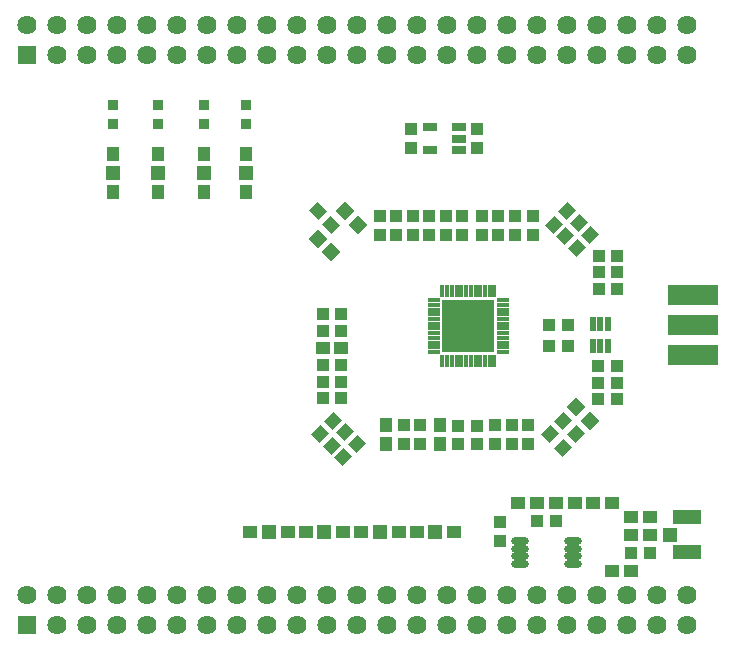
<source format=gts>
G04 Layer_Color=8388736*
%FSLAX25Y25*%
%MOIN*%
G70*
G01*
G75*
%ADD56R,0.09261X0.04734*%
%ADD57R,0.04537X0.04537*%
%ADD58R,0.04537X0.04340*%
%ADD59O,0.05915X0.02568*%
%ADD60R,0.04340X0.04143*%
%ADD61R,0.04143X0.04340*%
%ADD62R,0.16584X0.06584*%
G04:AMPARAMS|DCode=63|XSize=41.43mil|YSize=43.4mil|CornerRadius=0mil|HoleSize=0mil|Usage=FLASHONLY|Rotation=315.000|XOffset=0mil|YOffset=0mil|HoleType=Round|Shape=Rectangle|*
%AMROTATEDRECTD63*
4,1,4,-0.02999,-0.00070,0.00070,0.02999,0.02999,0.00070,-0.00070,-0.02999,-0.02999,-0.00070,0.0*
%
%ADD63ROTATEDRECTD63*%

%ADD64R,0.01181X0.03937*%
%ADD65R,0.17716X0.17716*%
%ADD66R,0.03937X0.01181*%
%ADD67R,0.03750X0.03750*%
G04:AMPARAMS|DCode=68|XSize=43.4mil|YSize=45.37mil|CornerRadius=0mil|HoleSize=0mil|Usage=FLASHONLY|Rotation=225.000|XOffset=0mil|YOffset=0mil|HoleType=Round|Shape=Rectangle|*
%AMROTATEDRECTD68*
4,1,4,-0.00070,0.03139,0.03139,-0.00070,0.00070,-0.03139,-0.03139,0.00070,-0.00070,0.03139,0.0*
%
%ADD68ROTATEDRECTD68*%

%ADD69R,0.04340X0.04537*%
%ADD70R,0.04537X0.04537*%
%ADD71R,0.04537X0.04537*%
%ADD72R,0.01978X0.04537*%
%ADD73R,0.04931X0.02962*%
G04:AMPARAMS|DCode=74|XSize=41.43mil|YSize=43.4mil|CornerRadius=0mil|HoleSize=0mil|Usage=FLASHONLY|Rotation=45.000|XOffset=0mil|YOffset=0mil|HoleType=Round|Shape=Rectangle|*
%AMROTATEDRECTD74*
4,1,4,0.00070,-0.02999,-0.02999,0.00070,-0.00070,0.02999,0.02999,-0.00070,0.00070,-0.02999,0.0*
%
%ADD74ROTATEDRECTD74*%

%ADD75C,0.06400*%
%ADD76R,0.06400X0.06400*%
%ADD77C,0.01772*%
D56*
X299500Y33693D02*
D03*
Y45307D02*
D03*
D57*
X293595Y39500D02*
D03*
D58*
X249382Y50000D02*
D03*
X243083D02*
D03*
X268150D02*
D03*
X274449D02*
D03*
X280650Y45500D02*
D03*
X286949D02*
D03*
X274350Y27500D02*
D03*
X280650D02*
D03*
X261879Y50000D02*
D03*
X255580D02*
D03*
X280650Y39500D02*
D03*
X286949D02*
D03*
X177850Y101620D02*
D03*
X184150D02*
D03*
X209201Y40500D02*
D03*
X221799Y40500D02*
D03*
X172201Y40500D02*
D03*
X184799Y40500D02*
D03*
X190701Y40500D02*
D03*
X203299Y40500D02*
D03*
X153701Y40500D02*
D03*
X166299D02*
D03*
D59*
X243740Y37339D02*
D03*
X243740Y34780D02*
D03*
X243740Y32221D02*
D03*
Y29661D02*
D03*
X261260Y37339D02*
D03*
Y34780D02*
D03*
Y32221D02*
D03*
Y29661D02*
D03*
D60*
X255650Y44000D02*
D03*
X249351D02*
D03*
X280650Y33500D02*
D03*
X286949D02*
D03*
X229380Y75740D02*
D03*
X223081D02*
D03*
X223081Y69591D02*
D03*
X229380D02*
D03*
X276080Y95657D02*
D03*
X269781Y95657D02*
D03*
X276080Y90157D02*
D03*
X269781D02*
D03*
X276080Y84657D02*
D03*
X269781Y84657D02*
D03*
X276150Y132500D02*
D03*
X269850D02*
D03*
X276150Y127000D02*
D03*
X269850D02*
D03*
X276150Y121500D02*
D03*
X269850D02*
D03*
X259650Y109500D02*
D03*
X253350D02*
D03*
X259650Y102457D02*
D03*
X253350D02*
D03*
X177850Y95937D02*
D03*
X184150D02*
D03*
X177850Y90437D02*
D03*
X184150D02*
D03*
X177850Y84937D02*
D03*
X184150D02*
D03*
X177850Y107437D02*
D03*
X184150D02*
D03*
X177850Y112937D02*
D03*
X184150D02*
D03*
D61*
X237000Y37350D02*
D03*
Y43650D02*
D03*
X246489Y69561D02*
D03*
X246489Y75861D02*
D03*
X240989Y69561D02*
D03*
X240989Y75861D02*
D03*
X235489Y69561D02*
D03*
X235489Y75861D02*
D03*
X242000Y145650D02*
D03*
X242000Y139350D02*
D03*
X236500Y145650D02*
D03*
Y139350D02*
D03*
X231000Y145650D02*
D03*
Y139350D02*
D03*
X204848Y69591D02*
D03*
Y75890D02*
D03*
X210348Y69591D02*
D03*
Y75890D02*
D03*
X248000Y145650D02*
D03*
Y139350D02*
D03*
X207500Y174650D02*
D03*
Y168350D02*
D03*
X229500Y174650D02*
D03*
Y168350D02*
D03*
X197000Y145650D02*
D03*
Y139350D02*
D03*
X202500Y145650D02*
D03*
X202500Y139350D02*
D03*
X208000Y145650D02*
D03*
Y139350D02*
D03*
X213500Y145650D02*
D03*
X213500Y139350D02*
D03*
X219000Y145650D02*
D03*
Y139350D02*
D03*
X224500Y145650D02*
D03*
Y139350D02*
D03*
D62*
X301500Y109500D02*
D03*
Y99500D02*
D03*
Y119500D02*
D03*
D63*
X262460Y72933D02*
D03*
X258006Y68479D02*
D03*
X258006Y77387D02*
D03*
X253552Y72933D02*
D03*
X181449Y77442D02*
D03*
X176995Y72988D02*
D03*
X185338Y73553D02*
D03*
X180884Y69099D02*
D03*
X189227Y69664D02*
D03*
X184773Y65210D02*
D03*
X267113Y139435D02*
D03*
X262659Y134980D02*
D03*
X263224Y143324D02*
D03*
X258769Y138870D02*
D03*
X259335Y147213D02*
D03*
X254880Y142759D02*
D03*
D64*
X217839Y97386D02*
D03*
X220988D02*
D03*
X224138D02*
D03*
X227287D02*
D03*
X230437D02*
D03*
X233587D02*
D03*
X235161D02*
D03*
X232012D02*
D03*
X228862D02*
D03*
X225713D02*
D03*
X222563D02*
D03*
X219413D02*
D03*
X233587Y120614D02*
D03*
X230437D02*
D03*
X227287D02*
D03*
X224138D02*
D03*
X220988D02*
D03*
X217839D02*
D03*
X219413D02*
D03*
X222563D02*
D03*
X225713D02*
D03*
X228862D02*
D03*
X232012D02*
D03*
X235161D02*
D03*
D65*
X226500Y109000D02*
D03*
D66*
X238114Y101913D02*
D03*
Y105063D02*
D03*
Y108213D02*
D03*
Y111362D02*
D03*
Y114512D02*
D03*
Y117661D02*
D03*
Y116087D02*
D03*
Y112937D02*
D03*
Y109787D02*
D03*
Y106638D02*
D03*
Y103488D02*
D03*
Y100339D02*
D03*
X214886Y116087D02*
D03*
Y112937D02*
D03*
Y109787D02*
D03*
Y106638D02*
D03*
Y103488D02*
D03*
Y100339D02*
D03*
Y101913D02*
D03*
Y105063D02*
D03*
Y108213D02*
D03*
Y111362D02*
D03*
Y114512D02*
D03*
Y117661D02*
D03*
D67*
X152500Y182650D02*
D03*
Y176350D02*
D03*
X138500Y182650D02*
D03*
Y176350D02*
D03*
X123000Y182650D02*
D03*
Y176350D02*
D03*
X108000Y182650D02*
D03*
Y176350D02*
D03*
D68*
X176384Y138045D02*
D03*
X180838Y133591D02*
D03*
X262496Y81877D02*
D03*
X266950Y77423D02*
D03*
X185273Y147227D02*
D03*
X189727Y142773D02*
D03*
D69*
X216848Y75890D02*
D03*
Y69591D02*
D03*
X152500Y153701D02*
D03*
Y166299D02*
D03*
X138500Y153701D02*
D03*
X138500Y166299D02*
D03*
X123000Y153701D02*
D03*
X123000Y166299D02*
D03*
X108000Y153701D02*
D03*
X108000Y166299D02*
D03*
X198997Y75890D02*
D03*
Y69591D02*
D03*
D70*
X215500Y40500D02*
D03*
X178500D02*
D03*
X197000D02*
D03*
X160000D02*
D03*
D71*
X152500Y160000D02*
D03*
X138500D02*
D03*
X123000D02*
D03*
X108000D02*
D03*
D72*
X273059Y102457D02*
D03*
X270500D02*
D03*
X267941D02*
D03*
Y109543D02*
D03*
X270500D02*
D03*
X273059D02*
D03*
D73*
X223224Y167760D02*
D03*
X223224Y171500D02*
D03*
X223224Y175240D02*
D03*
X213776Y175240D02*
D03*
Y167760D02*
D03*
D74*
X176273Y147227D02*
D03*
X180727Y142773D02*
D03*
D75*
X89383Y19381D02*
D03*
Y9381D02*
D03*
X179383Y19381D02*
D03*
X189383Y9381D02*
D03*
X179383D02*
D03*
X289383D02*
D03*
X299383Y19381D02*
D03*
X259383Y9381D02*
D03*
X189383Y19381D02*
D03*
X199383Y9381D02*
D03*
X169383Y19381D02*
D03*
X99383D02*
D03*
Y9381D02*
D03*
X229383Y19381D02*
D03*
Y9381D02*
D03*
X239383D02*
D03*
X249383D02*
D03*
X239383Y19381D02*
D03*
X249383D02*
D03*
X259383D02*
D03*
X269383D02*
D03*
Y9381D02*
D03*
X279383Y19381D02*
D03*
Y9381D02*
D03*
X289383Y19381D02*
D03*
X299383Y9381D02*
D03*
X219383Y19381D02*
D03*
Y9381D02*
D03*
X209383D02*
D03*
Y19381D02*
D03*
X119383D02*
D03*
X109383D02*
D03*
Y9381D02*
D03*
X119383D02*
D03*
X199383Y19381D02*
D03*
X159383D02*
D03*
X139383Y9381D02*
D03*
X169383D02*
D03*
X129383Y19381D02*
D03*
X139383D02*
D03*
X129383Y9381D02*
D03*
X149383D02*
D03*
Y19381D02*
D03*
X159383Y9381D02*
D03*
X79383Y19381D02*
D03*
X89383Y209381D02*
D03*
Y199381D02*
D03*
X179383Y209381D02*
D03*
X189383Y199381D02*
D03*
X179383D02*
D03*
X289383D02*
D03*
X299383Y209381D02*
D03*
X259383Y199381D02*
D03*
X189383Y209381D02*
D03*
X199383Y199381D02*
D03*
X169383Y209381D02*
D03*
X99383D02*
D03*
Y199381D02*
D03*
X229383Y209381D02*
D03*
Y199381D02*
D03*
X239383D02*
D03*
X249383D02*
D03*
X239383Y209381D02*
D03*
X249383D02*
D03*
X259383D02*
D03*
X269383D02*
D03*
Y199381D02*
D03*
X279383Y209381D02*
D03*
Y199381D02*
D03*
X289383Y209381D02*
D03*
X299383Y199381D02*
D03*
X219383Y209381D02*
D03*
Y199381D02*
D03*
X209383D02*
D03*
Y209381D02*
D03*
X119383D02*
D03*
X109383D02*
D03*
Y199381D02*
D03*
X119383D02*
D03*
X199383Y209381D02*
D03*
X159383D02*
D03*
X139383Y199381D02*
D03*
X169383D02*
D03*
X129383Y209381D02*
D03*
X139383D02*
D03*
X129383Y199381D02*
D03*
X149383D02*
D03*
Y209381D02*
D03*
X159383Y199381D02*
D03*
X79383Y209381D02*
D03*
D76*
Y9381D02*
D03*
Y199381D02*
D03*
D77*
X226500Y113921D02*
D03*
Y104079D02*
D03*
Y108803D02*
D03*
X221776Y113528D02*
D03*
X231224D02*
D03*
X221776Y104079D02*
D03*
X231224Y108803D02*
D03*
Y104079D02*
D03*
X221776Y108803D02*
D03*
M02*

</source>
